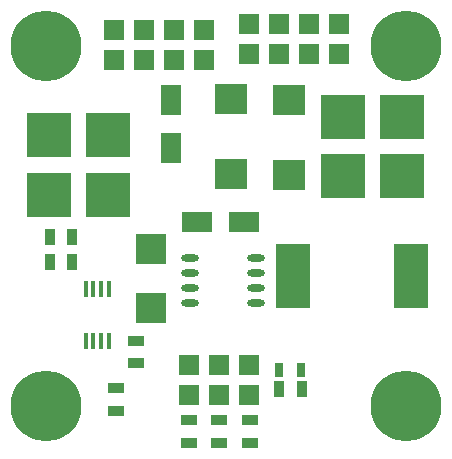
<source format=gbr>
G04 #@! TF.FileFunction,Soldermask,Bot*
%FSLAX46Y46*%
G04 Gerber Fmt 4.6, Leading zero omitted, Abs format (unit mm)*
G04 Created by KiCad (PCBNEW 0.201503110816+5502~22~ubuntu14.10.1-product) date St 11. březen 2015, 19:54:32 CET*
%MOMM*%
G01*
G04 APERTURE LIST*
%ADD10C,0.100000*%
%ADD11R,1.651000X1.651000*%
%ADD12C,6.000000*%
%ADD13R,3.000000X5.500000*%
%ADD14R,3.810000X3.810000*%
%ADD15R,2.499360X2.550160*%
%ADD16R,1.397000X0.889000*%
%ADD17R,0.889000X1.397000*%
%ADD18R,2.700020X2.550160*%
%ADD19R,1.800860X2.499360*%
%ADD20R,2.499360X1.800860*%
%ADD21O,1.473200X0.609600*%
%ADD22R,0.450000X1.450000*%
%ADD23R,0.700000X1.300000*%
G04 APERTURE END LIST*
D10*
D11*
X15875000Y34417000D03*
X15875000Y36957000D03*
X10795000Y34417000D03*
X13335000Y34417000D03*
X18415000Y34417000D03*
X18415000Y36957000D03*
X13335000Y36957000D03*
X10795000Y36957000D03*
X22288500Y6032500D03*
X22288500Y8572500D03*
X19748500Y6032500D03*
X19748500Y8572500D03*
X17208500Y6032500D03*
X17208500Y8572500D03*
X24765000Y37457000D03*
X24765000Y34917000D03*
X29845000Y37457000D03*
X27305000Y37457000D03*
X22225000Y37457000D03*
X22225000Y34917000D03*
X27305000Y34917000D03*
X29845000Y34917000D03*
D12*
X35560000Y5080000D03*
X5080000Y35560000D03*
X5080000Y5080000D03*
X35560000Y35560000D03*
D13*
X25988000Y16121000D03*
X35988000Y16121000D03*
D14*
X35226000Y29591000D03*
X30226000Y29591000D03*
X35226000Y24574500D03*
X30226000Y24574500D03*
X5350500Y28003500D03*
X10350500Y28003500D03*
X5350500Y22987000D03*
X10350500Y22987000D03*
D15*
X13970000Y18399760D03*
X13970000Y13350240D03*
D16*
X12700000Y10604500D03*
X12700000Y8699500D03*
D17*
X5397500Y17272000D03*
X7302500Y17272000D03*
X26733500Y6545200D03*
X24828500Y6545200D03*
D16*
X10985500Y6604000D03*
X10985500Y4699000D03*
D18*
X25654000Y30988000D03*
X25654000Y24638000D03*
X20701000Y31115000D03*
X20701000Y24765000D03*
D19*
X15621000Y26957020D03*
X15621000Y30954980D03*
D20*
X17813020Y20701000D03*
X21810980Y20701000D03*
D21*
X17272000Y13843000D03*
X17272000Y15113000D03*
X17272000Y16383000D03*
X17272000Y17653000D03*
X22860000Y17653000D03*
X22860000Y16383000D03*
X22860000Y15113000D03*
X22860000Y13843000D03*
D17*
X5397500Y19431000D03*
X7302500Y19431000D03*
D16*
X19685000Y3873500D03*
X19685000Y1968500D03*
X17145000Y3873500D03*
X17145000Y1968500D03*
X22352000Y3873500D03*
X22352000Y1968500D03*
D22*
X10373000Y10627000D03*
X9723000Y10627000D03*
X9073000Y10627000D03*
X8423000Y10627000D03*
X8423000Y15027000D03*
X9073000Y15027000D03*
X9723000Y15027000D03*
X10373000Y15027000D03*
D23*
X26680200Y8153400D03*
X24780200Y8153400D03*
M02*

</source>
